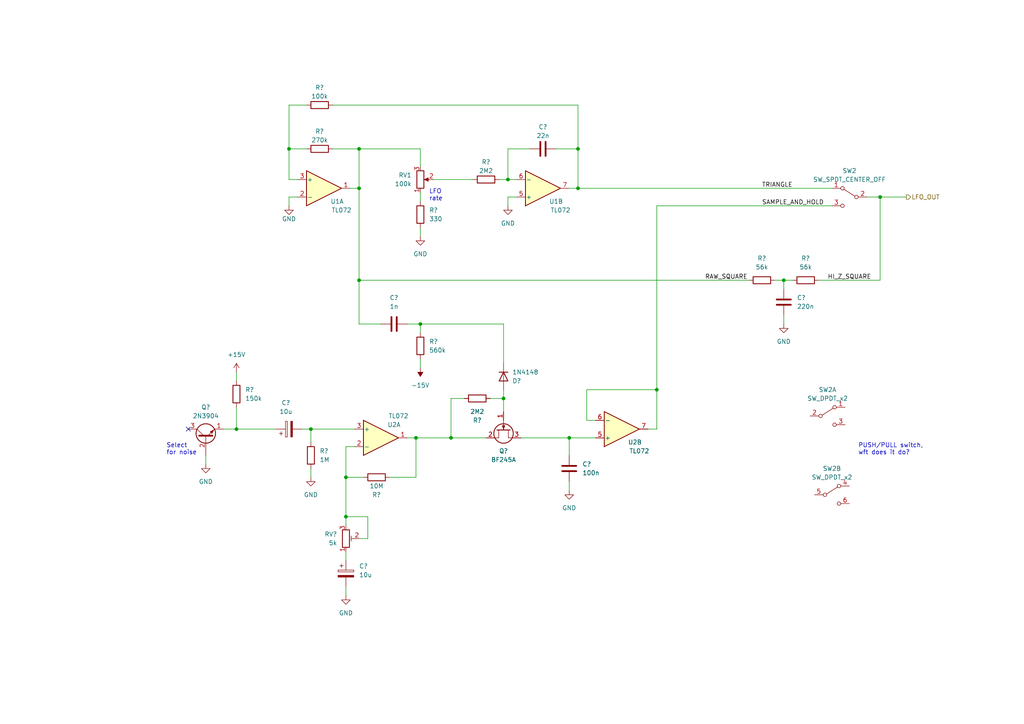
<source format=kicad_sch>
(kicad_sch (version 20211123) (generator eeschema)
  (paper "A4")
  (title_block (title "M.S.M. Stereo Lowpass Filter Pedal") (date "2022-05-19") (rev "0") (comment 2 "creativecommons.org/licenses/by/4.0") (comment 3 "License: CC by 4.0") (comment 4 "Author: Jordan Aceto"))
  (lib_symbols
    (symbol "Amplifier_Operational:TL072" (pin_names (offset 0.127))
      (property "Reference" "U" (at 0 5.08 0))
      (property "Value" "TL072" (at 0 -5.08 0))
      (symbol "TL072_1_1"
        (polyline (pts (xy -5.08 5.08) (xy 5.08 0) (xy -5.08 -5.08) (xy -5.08 5.08)) (stroke (width 0.254)) (fill (type background)))
        (pin output line (at 7.62 0 180) (length 2.54) (name "~") (number "1"))
        (pin input line (at -7.62 -2.54 0) (length 2.54) (name "-") (number "2"))
        (pin input line (at -7.62 2.54 0) (length 2.54) (name "+") (number "3"))
      )
      (symbol "TL072_2_1"
        (polyline (pts (xy -5.08 5.08) (xy 5.08 0) (xy -5.08 -5.08) (xy -5.08 5.08)) (stroke (width 0.254)) (fill (type background)))
        (pin input line (at -7.62 2.54 0) (length 2.54) (name "+") (number "5"))
        (pin input line (at -7.62 -2.54 0) (length 2.54) (name "-") (number "6"))
        (pin output line (at 7.62 0 180) (length 2.54) (name "~") (number "7"))
      )
      (symbol "TL072_3_1"
        (pin power_in line (at -2.54 -7.62 90) (length 3.81) (name "V-") (number "4"))
        (pin power_in line (at -2.54 7.62 270) (length 3.81) (name "V+") (number "8"))
      )
    )
    (symbol "Device:C" (pin_numbers hide) (pin_names (offset 0.254))
      (property "Reference" "C" (at 0.635 2.54 0))
      (property "Value" "C" (at 0.635 -2.54 0))
      (symbol "C_0_1"
        (polyline (pts (xy -2.032 -0.762) (xy 2.032 -0.762)) (stroke (width 0.508)))
        (polyline (pts (xy -2.032 0.762) (xy 2.032 0.762)) (stroke (width 0.508)))
      )
      (symbol "C_1_1"
        (pin passive line (at 0 3.81 270) (length 2.794) (name "~") (number "1"))
        (pin passive line (at 0 -3.81 90) (length 2.794) (name "~") (number "2"))
      )
    )
    (symbol "Device:C_Polarized" (pin_numbers hide) (pin_names (offset 0.254))
      (property "Reference" "C" (at 0.635 2.54 0))
      (property "Value" "C_Polarized" (at 0.635 -2.54 0))
      (symbol "C_Polarized_0_1"
        (rectangle (start -2.286 0.508) (end 2.286 1.016))
        (polyline (pts (xy -1.778 2.286) (xy -0.762 2.286)))
        (polyline (pts (xy -1.27 2.794) (xy -1.27 1.778)))
        (rectangle (start 2.286 -0.508) (end -2.286 -1.016) (fill (type outline)))
      )
      (symbol "C_Polarized_1_1"
        (pin passive line (at 0 3.81 270) (length 2.794) (name "~") (number "1"))
        (pin passive line (at 0 -3.81 90) (length 2.794) (name "~") (number "2"))
      )
    )
    (symbol "Device:R" (pin_numbers hide) (pin_names (offset 0))
      (property "Reference" "R" (at 2.032 0 90))
      (property "Value" "R" (at 0 0 90))
      (symbol "R_0_1"
        (rectangle (start -1.016 -2.54) (end 1.016 2.54) (stroke (width 0.254)))
      )
      (symbol "R_1_1"
        (pin passive line (at 0 3.81 270) (length 1.27) (name "~") (number "1"))
        (pin passive line (at 0 -3.81 90) (length 1.27) (name "~") (number "2"))
      )
    )
    (symbol "Device:R_Potentiometer" (pin_names (offset 1.016) hide)
      (property "Reference" "RV" (at -4.445 0 90))
      (property "Value" "R_Potentiometer" (at -2.54 0 90))
      (symbol "R_Potentiometer_0_1"
        (polyline (pts (xy 2.54 0) (xy 1.524 0)))
        (polyline (pts (xy 1.143 0) (xy 2.286 0.508) (xy 2.286 -0.508) (xy 1.143 0)) (fill (type outline)))
        (rectangle (start 1.016 2.54) (end -1.016 -2.54) (stroke (width 0.254)))
      )
      (symbol "R_Potentiometer_1_1"
        (pin passive line (at 0 3.81 270) (length 1.27) (name "1") (number "1"))
        (pin passive line (at 3.81 0 180) (length 1.27) (name "2") (number "2"))
        (pin passive line (at 0 -3.81 90) (length 1.27) (name "3") (number "3"))
      )
    )
    (symbol "Device:R_Potentiometer_Trim" (pin_names (offset 1.016) hide)
      (property "Reference" "RV" (at -4.445 0 90))
      (property "Value" "R_Potentiometer_Trim" (at -2.54 0 90))
      (symbol "R_Potentiometer_Trim_0_1"
        (polyline (pts (xy 1.524 0.762) (xy 1.524 -0.762)))
        (polyline (pts (xy 2.54 0) (xy 1.524 0)))
        (rectangle (start 1.016 2.54) (end -1.016 -2.54) (stroke (width 0.254)))
      )
      (symbol "R_Potentiometer_Trim_1_1"
        (pin passive line (at 0 3.81 270) (length 1.27) (name "1") (number "1"))
        (pin passive line (at 3.81 0 180) (length 1.27) (name "2") (number "2"))
        (pin passive line (at 0 -3.81 90) (length 1.27) (name "3") (number "3"))
      )
    )
    (symbol "Diode:1N4148" (pin_numbers hide) (pin_names (offset 1.016) hide)
      (property "Reference" "D" (at 0 2.54 0))
      (property "Value" "1N4148" (at 0 -2.54 0))
      (symbol "1N4148_0_1"
        (polyline (pts (xy -1.27 1.27) (xy -1.27 -1.27)) (stroke (width 0.254)))
        (polyline (pts (xy 1.27 0) (xy -1.27 0)))
        (polyline (pts (xy 1.27 1.27) (xy 1.27 -1.27) (xy -1.27 0) (xy 1.27 1.27)) (stroke (width 0.254)))
      )
      (symbol "1N4148_1_1"
        (pin passive line (at -3.81 0 0) (length 2.54) (name "K") (number "1"))
        (pin passive line (at 3.81 0 180) (length 2.54) (name "A") (number "2"))
      )
    )
    (symbol "Switch:SW_DPDT_x2" (pin_names (offset 0) hide)
      (property "Reference" "SW" (at 0 4.318 0))
      (property "Value" "SW_DPDT_x2" (at 0 -5.08 0))
      (symbol "SW_DPDT_x2_0_0"
        (circle (center -2.032 0) (radius 0.508))
        (circle (center 2.032 -2.54) (radius 0.508))
      )
      (symbol "SW_DPDT_x2_0_1"
        (polyline (pts (xy -1.524 0.254) (xy 1.651 2.286)))
        (circle (center 2.032 2.54) (radius 0.508))
      )
      (symbol "SW_DPDT_x2_1_1"
        (pin passive line (at 5.08 2.54 180) (length 2.54) (name "A") (number "1"))
        (pin passive line (at -5.08 0 0) (length 2.54) (name "B") (number "2"))
        (pin passive line (at 5.08 -2.54 180) (length 2.54) (name "C") (number "3"))
      )
      (symbol "SW_DPDT_x2_2_1"
        (pin passive line (at 5.08 2.54 180) (length 2.54) (name "A") (number "4"))
        (pin passive line (at -5.08 0 0) (length 2.54) (name "B") (number "5"))
        (pin passive line (at 5.08 -2.54 180) (length 2.54) (name "C") (number "6"))
      )
    )
    (symbol "Switch:SW_SPDT" (pin_names (offset 0) hide)
      (property "Reference" "SW" (at 0 4.318 0))
      (property "Value" "SW_SPDT" (at 0 -5.08 0))
      (symbol "SW_SPDT_0_0"
        (circle (center -2.032 0) (radius 0.508))
        (circle (center 2.032 -2.54) (radius 0.508))
      )
      (symbol "SW_SPDT_0_1"
        (polyline (pts (xy -1.524 0.254) (xy 1.651 2.286)))
        (circle (center 2.032 2.54) (radius 0.508))
      )
      (symbol "SW_SPDT_1_1"
        (pin passive line (at 5.08 2.54 180) (length 2.54) (name "A") (number "1"))
        (pin passive line (at -5.08 0 0) (length 2.54) (name "B") (number "2"))
        (pin passive line (at 5.08 -2.54 180) (length 2.54) (name "C") (number "3"))
      )
    )
    (symbol "Transistor_BJT:2N3904" (pin_names (offset 0) hide)
      (property "Reference" "Q" (at 5.08 1.905 0))
      (property "Value" "2N3904" (at 5.08 0 0))
      (symbol "2N3904_0_1"
        (polyline (pts (xy 0.635 0.635) (xy 2.54 2.54)))
        (polyline (pts (xy 0.635 -0.635) (xy 2.54 -2.54) (xy 2.54 -2.54)))
        (polyline (pts (xy 0.635 1.905) (xy 0.635 -1.905) (xy 0.635 -1.905)) (stroke (width 0.508)))
        (polyline (pts (xy 1.27 -1.778) (xy 1.778 -1.27) (xy 2.286 -2.286) (xy 1.27 -1.778) (xy 1.27 -1.778)) (fill (type outline)))
        (circle (center 1.27 0) (radius 2.8194) (stroke (width 0.254)))
      )
      (symbol "2N3904_1_1"
        (pin passive line (at 2.54 -5.08 90) (length 2.54) (name "E") (number "1"))
        (pin passive line (at -5.08 0 0) (length 5.715) (name "B") (number "2"))
        (pin passive line (at 2.54 5.08 270) (length 2.54) (name "C") (number "3"))
      )
    )
    (symbol "Transistor_FET:BF245A" (pin_names hide)
      (property "Reference" "Q" (at 5.08 1.905 0))
      (property "Value" "BF245A" (at 5.08 0 0))
      (symbol "BF245A_0_1"
        (polyline (pts (xy 0.254 0) (xy -2.54 0)))
        (polyline (pts (xy 0.254 1.905) (xy 0.254 -1.905)) (stroke (width 0.254)))
        (polyline (pts (xy 2.54 -2.54) (xy 2.54 -1.397) (xy 0.254 -1.397)))
        (polyline (pts (xy 2.54 2.54) (xy 2.54 1.397) (xy 0.254 1.397)))
        (polyline (pts (xy 0 0) (xy -1.016 0.381) (xy -1.016 -0.381) (xy 0 0)) (fill (type outline)))
        (circle (center 1.27 0) (radius 2.8194) (stroke (width 0.254)))
      )
      (symbol "BF245A_1_1"
        (pin input line (at -5.08 0 0) (length 2.54) (name "G") (number "1"))
        (pin passive line (at 2.54 -5.08 90) (length 2.54) (name "S") (number "2"))
        (pin passive line (at 2.54 5.08 270) (length 2.54) (name "D") (number "3"))
      )
    )
    (symbol "power:+15V" (power) (pin_names (offset 0))
      (property "Value" "+15V" (at 0 3.556 0))
      (symbol "+15V_0_1"
        (polyline (pts (xy -0.762 1.27) (xy 0 2.54)))
        (polyline (pts (xy 0 0) (xy 0 2.54)))
        (polyline (pts (xy 0 2.54) (xy 0.762 1.27)))
      )
      (symbol "+15V_1_1"
        (pin power_in line (at 0 0 90) (length 0) hide (name "+15V") (number "1"))
      )
    )
    (symbol "power:-15V" (power) (pin_names (offset 0))
      (property "Value" "-15V" (at 0 3.81 0))
      (symbol "-15V_0_0"
        (pin power_in line (at 0 0 90) (length 0) hide (name "-15V") (number "1"))
      )
      (symbol "-15V_0_1"
        (polyline (pts (xy 0 0) (xy 0 1.27) (xy 0.762 1.27) (xy 0 2.54) (xy -0.762 1.27) (xy 0 1.27)) (fill (type outline)))
      )
    )
    (symbol "power:GND" (power) (pin_names (offset 0))
      (property "Value" "GND" (at 0 -3.81 0))
      (symbol "GND_0_1"
        (polyline (pts (xy 0 0) (xy 0 -1.27) (xy 1.27 -1.27) (xy 0 -2.54) (xy -1.27 -1.27) (xy 0 -1.27)))
      )
      (symbol "GND_1_1"
        (pin power_in line (at 0 0 270) (length 0) hide (name "GND") (number "1"))
      )
    )
  )
  (junction (at 130.81 127))
  (junction (at 90.17 124.46))
  (junction (at 190.5 113.03))
  (junction (at 104.14 81.28))
  (junction (at 83.82 43.18))
  (junction (at 167.64 43.18))
  (junction (at 104.14 43.18))
  (junction (at 100.33 149.86))
  (junction (at 104.14 54.61))
  (junction (at 255.27 57.15))
  (junction (at 68.58 124.46))
  (junction (at 100.33 138.43))
  (junction (at 167.64 54.61))
  (junction (at 227.33 81.28))
  (junction (at 121.92 93.98))
  (junction (at 165.1 127))
  (junction (at 120.65 127))
  (junction (at 147.32 52.07))
  (junction (at 146.05 115.57))
  (no_connect (at 54.61 124.46))
  (wire (pts (xy 251.46 57.15) (xy 255.27 57.15)))
  (wire (pts (xy 100.33 170.18) (xy 100.33 172.72)))
  (wire (pts (xy 170.18 113.03) (xy 190.5 113.03)))
  (wire (pts (xy 217.17 81.28) (xy 104.14 81.28)))
  (wire (pts (xy 100.33 160.02) (xy 100.33 162.56)))
  (wire (pts (xy 167.64 54.61) (xy 241.3 54.61)))
  (wire (pts (xy 121.92 66.04) (xy 121.92 68.58)))
  (wire (pts (xy 120.65 138.43) (xy 120.65 127)))
  (wire (pts (xy 167.64 43.18) (xy 167.64 54.61)))
  (wire (pts (xy 125.73 52.07) (xy 137.16 52.07)))
  (wire (pts (xy 83.82 59.69) (xy 83.82 57.15)))
  (wire (pts (xy 104.14 43.18) (xy 96.52 43.18)))
  (wire (pts (xy 104.14 156.21) (xy 106.68 156.21)))
  (wire (pts (xy 167.64 43.18) (xy 167.64 30.48)))
  (wire (pts (xy 170.18 121.92) (xy 170.18 113.03)))
  (wire (pts (xy 172.72 121.92) (xy 170.18 121.92)))
  (wire (pts (xy 101.6 54.61) (xy 104.14 54.61)))
  (wire (pts (xy 190.5 113.03) (xy 190.5 59.69)))
  (wire (pts (xy 104.14 81.28) (xy 104.14 93.98)))
  (wire (pts (xy 147.32 57.15) (xy 149.86 57.15)))
  (wire (pts (xy 86.36 52.07) (xy 83.82 52.07)))
  (wire (pts (xy 90.17 128.27) (xy 90.17 124.46)))
  (wire (pts (xy 83.82 52.07) (xy 83.82 43.18)))
  (wire (pts (xy 121.92 93.98) (xy 118.11 93.98)))
  (wire (pts (xy 147.32 59.69) (xy 147.32 57.15)))
  (wire (pts (xy 100.33 129.54) (xy 102.87 129.54)))
  (wire (pts (xy 59.69 132.08) (xy 59.69 134.62)))
  (wire (pts (xy 190.5 59.69) (xy 241.3 59.69)))
  (wire (pts (xy 96.52 30.48) (xy 167.64 30.48)))
  (wire (pts (xy 146.05 105.41) (xy 146.05 93.98)))
  (wire (pts (xy 146.05 115.57) (xy 146.05 119.38)))
  (wire (pts (xy 121.92 96.52) (xy 121.92 93.98)))
  (wire (pts (xy 224.79 81.28) (xy 227.33 81.28)))
  (wire (pts (xy 121.92 55.88) (xy 121.92 58.42)))
  (wire (pts (xy 100.33 138.43) (xy 100.33 149.86)))
  (wire (pts (xy 68.58 124.46) (xy 68.58 118.11)))
  (wire (pts (xy 134.62 115.57) (xy 130.81 115.57)))
  (wire (pts (xy 100.33 138.43) (xy 105.41 138.43)))
  (wire (pts (xy 151.13 127) (xy 165.1 127)))
  (wire (pts (xy 190.5 113.03) (xy 190.5 124.46)))
  (wire (pts (xy 120.65 138.43) (xy 113.03 138.43)))
  (wire (pts (xy 100.33 149.86) (xy 100.33 152.4)))
  (wire (pts (xy 165.1 54.61) (xy 167.64 54.61)))
  (wire (pts (xy 165.1 127) (xy 172.72 127)))
  (wire (pts (xy 80.01 124.46) (xy 68.58 124.46)))
  (wire (pts (xy 165.1 127) (xy 165.1 132.08)))
  (wire (pts (xy 130.81 115.57) (xy 130.81 127)))
  (wire (pts (xy 255.27 81.28) (xy 255.27 57.15)))
  (wire (pts (xy 83.82 43.18) (xy 88.9 43.18)))
  (wire (pts (xy 146.05 93.98) (xy 121.92 93.98)))
  (wire (pts (xy 165.1 139.7) (xy 165.1 142.24)))
  (wire (pts (xy 104.14 54.61) (xy 104.14 81.28)))
  (wire (pts (xy 121.92 43.18) (xy 104.14 43.18)))
  (wire (pts (xy 110.49 93.98) (xy 104.14 93.98)))
  (wire (pts (xy 255.27 57.15) (xy 262.89 57.15)))
  (wire (pts (xy 227.33 81.28) (xy 227.33 83.82)))
  (wire (pts (xy 64.77 124.46) (xy 68.58 124.46)))
  (wire (pts (xy 121.92 48.26) (xy 121.92 43.18)))
  (wire (pts (xy 146.05 115.57) (xy 146.05 113.03)))
  (wire (pts (xy 142.24 115.57) (xy 146.05 115.57)))
  (wire (pts (xy 68.58 107.95) (xy 68.58 110.49)))
  (wire (pts (xy 149.86 52.07) (xy 147.32 52.07)))
  (wire (pts (xy 106.68 156.21) (xy 106.68 149.86)))
  (wire (pts (xy 120.65 127) (xy 130.81 127)))
  (wire (pts (xy 121.92 104.14) (xy 121.92 106.68)))
  (wire (pts (xy 83.82 30.48) (xy 83.82 43.18)))
  (wire (pts (xy 106.68 149.86) (xy 100.33 149.86)))
  (wire (pts (xy 83.82 57.15) (xy 86.36 57.15)))
  (wire (pts (xy 104.14 43.18) (xy 104.14 54.61)))
  (wire (pts (xy 227.33 91.44) (xy 227.33 93.98)))
  (wire (pts (xy 90.17 124.46) (xy 102.87 124.46)))
  (wire (pts (xy 100.33 129.54) (xy 100.33 138.43)))
  (wire (pts (xy 87.63 124.46) (xy 90.17 124.46)))
  (wire (pts (xy 237.49 81.28) (xy 255.27 81.28)))
  (wire (pts (xy 144.78 52.07) (xy 147.32 52.07)))
  (wire (pts (xy 161.29 43.18) (xy 167.64 43.18)))
  (wire (pts (xy 88.9 30.48) (xy 83.82 30.48)))
  (wire (pts (xy 190.5 124.46) (xy 187.96 124.46)))
  (wire (pts (xy 130.81 127) (xy 140.97 127)))
  (wire (pts (xy 90.17 135.89) (xy 90.17 138.43)))
  (wire (pts (xy 147.32 43.18) (xy 153.67 43.18)))
  (wire (pts (xy 118.11 127) (xy 120.65 127)))
  (wire (pts (xy 147.32 52.07) (xy 147.32 43.18)))
  (wire (pts (xy 227.33 81.28) (xy 229.87 81.28)))
  (text "PUSH/PULL switch,\nwft does it do?" (at 248.92 132.08 0) (effects (font (size 1.27 1.27)) (justify left bottom)))
  (text "LFO\nrate" (at 124.46 58.42 0) (effects (font (size 1.27 1.27)) (justify left bottom)))
  (text "Select\nfor noise" (at 48.26 132.08 0) (effects (font (size 1.27 1.27)) (justify left bottom)))
  (label "RAW_SQUARE" (at 204.47 81.28 0))
  (label "TRIANGLE" (at 220.98 54.61 0))
  (label "SAMPLE_AND_HOLD" (at 220.98 59.69 0))
  (label "HI_Z_SQUARE" (at 240.03 81.28 0))
  (hierarchical_label "LFO_OUT" (shape output) (at 262.89 57.15 0))
  (symbol (lib_id "Device:R") (at 220.98 81.28 90) (unit 1)
    (property "Reference" "R?" (at 220.98 74.93 90))
    (property "Value" "56k" (at 220.98 77.47 90))
  )
  (symbol (lib_id "Device:R") (at 121.92 100.33 0) (unit 1)
    (property "Reference" "R?" (at 124.46 99.0599 0) (effects (justify left)))
    (property "Value" "560k" (at 124.46 101.5999 0) (effects (justify left)))
  )
  (symbol (lib_id "Device:C_Polarized") (at 83.82 124.46 90) (unit 1)
    (property "Reference" "C?" (at 82.931 116.84 90))
    (property "Value" "10u" (at 82.931 119.38 90))
  )
  (symbol (lib_id "power:GND") (at 83.82 59.69 0) (unit 1)
    (property "Reference" "#PWR?" (effects hide))
    (property "Value" "GND" (at 83.82 63.5 0))
  )
  (symbol (lib_id "power:GND") (at 147.32 59.69 0) (unit 1)
    (property "Reference" "#PWR?" (effects hide))
    (property "Value" "GND" (at 147.32 64.77 0))
  )
  (symbol (lib_id "Amplifier_Operational:TL072") (at 93.98 54.61 0) (unit 1)
    (property "Reference" "U1" (at 97.79 58.42 0))
    (property "Value" "TL072" (at 99.06 60.96 0))
    (property "Datasheet" "http://www.ti.com/lit/ds/symlink/tl071.pdf" (effects hide))
  )
  (symbol (lib_id "Device:R") (at 121.92 62.23 0) (unit 1)
    (property "Reference" "R?" (at 124.46 60.9599 0) (effects (justify left)))
    (property "Value" "330" (at 124.46 63.4999 0) (effects (justify left)))
  )
  (symbol (lib_id "power:GND") (at 165.1 142.24 0) (unit 1)
    (property "Reference" "#PWR?" (effects hide))
    (property "Value" "GND" (at 165.1 147.32 0))
  )
  (symbol (lib_id "power:GND") (at 90.17 138.43 0) (unit 1)
    (property "Reference" "#PWR?" (effects hide))
    (property "Value" "GND" (at 90.17 143.51 0))
  )
  (symbol (lib_id "Device:R_Potentiometer_Trim") (at 100.33 156.21 0) (mirror x) (unit 1)
    (property "Reference" "RV?" (at 97.79 154.9399 0) (effects (justify right)))
    (property "Value" "5k" (at 97.79 157.4799 0) (effects (justify right)))
  )
  (symbol (lib_id "Amplifier_Operational:TL072") (at 180.34 124.46 0) (mirror x) (unit 2)
    (property "Reference" "U2" (at 184.15 128.27 0))
    (property "Value" "TL072" (at 185.42 130.81 0))
    (property "Datasheet" "http://www.ti.com/lit/ds/symlink/tl071.pdf" (effects hide))
  )
  (symbol (lib_id "power:-15V") (at 121.92 106.68 180) (unit 1)
    (property "Reference" "#PWR?" (effects hide))
    (property "Value" "-15V" (at 121.92 111.76 0))
  )
  (symbol (lib_id "Device:C") (at 157.48 43.18 90) (unit 1)
    (property "Reference" "C?" (at 157.48 36.83 90))
    (property "Value" "22n" (at 157.48 39.37 90))
  )
  (symbol (lib_id "Switch:SW_DPDT_x2") (at 240.03 120.65 0) (unit 1)
    (property "Reference" "SW2" (at 240.03 113.03 0))
    (property "Value" "SW_DPDT_x2" (at 240.03 115.57 0))
  )
  (symbol (lib_id "power:GND") (at 121.92 68.58 0) (unit 1)
    (property "Reference" "#PWR?" (effects hide))
    (property "Value" "GND" (at 121.92 73.66 0))
  )
  (symbol (lib_id "Device:R") (at 109.22 138.43 90) (mirror x) (unit 1)
    (property "Reference" "R?" (at 109.22 143.51 90))
    (property "Value" "10M" (at 109.22 140.97 90))
  )
  (symbol (lib_id "Device:R") (at 90.17 132.08 0) (unit 1)
    (property "Reference" "R?" (at 92.71 130.8099 0) (effects (justify left)))
    (property "Value" "1M" (at 92.71 133.3499 0) (effects (justify left)))
  )
  (symbol (lib_id "Transistor_BJT:2N3904") (at 59.69 127 90) (unit 1)
    (property "Reference" "Q?" (at 59.69 118.11 90))
    (property "Value" "2N3904" (at 59.69 120.65 90))
    (property "Footprint" "Package_TO_SOT_THT:TO-92_Inline" (effects hide))
    (property "Datasheet" "https://www.onsemi.com/pub/Collateral/2N3903-D.PDF" (effects hide))
  )
  (symbol (lib_id "Amplifier_Operational:TL072") (at 157.48 54.61 0) (mirror x) (unit 2)
    (property "Reference" "U1" (at 161.29 58.42 0))
    (property "Value" "TL072" (at 162.56 60.96 0))
    (property "Datasheet" "http://www.ti.com/lit/ds/symlink/tl071.pdf" (effects hide))
  )
  (symbol (lib_id "Transistor_FET:BF245A") (at 146.05 124.46 270) (unit 1)
    (property "Reference" "Q?" (at 146.05 130.81 90))
    (property "Value" "BF245A" (at 146.05 133.35 90))
    (property "Footprint" "Package_TO_SOT_THT:TO-92_Inline" (effects hide))
    (property "Datasheet" "https://www.onsemi.com/pub/Collateral/BF245A-D.PDF" (effects hide))
  )
  (symbol (lib_id "Device:C_Polarized") (at 100.33 166.37 0) (unit 1)
    (property "Reference" "C?" (at 104.14 164.2109 0) (effects (justify left)))
    (property "Value" "10u" (at 104.14 166.7509 0) (effects (justify left)))
  )
  (symbol (lib_id "Device:R") (at 140.97 52.07 90) (unit 1)
    (property "Reference" "R?" (at 140.97 46.99 90))
    (property "Value" "2M2" (at 140.97 49.53 90))
  )
  (symbol (lib_id "Switch:SW_DPDT_x2") (at 241.3 143.51 0) (unit 2)
    (property "Reference" "SW2" (at 241.3 135.89 0))
    (property "Value" "SW_DPDT_x2" (at 241.3 138.43 0))
  )
  (symbol (lib_id "Amplifier_Operational:TL072") (at 110.49 127 0) (unit 1)
    (property "Reference" "U2" (at 114.3 123.19 0))
    (property "Value" "TL072" (at 115.57 120.65 0))
    (property "Datasheet" "http://www.ti.com/lit/ds/symlink/tl071.pdf" (effects hide))
  )
  (symbol (lib_id "Device:R") (at 233.68 81.28 90) (unit 1)
    (property "Reference" "R?" (at 233.68 74.93 90))
    (property "Value" "56k" (at 233.68 77.47 90))
  )
  (symbol (lib_id "Device:R") (at 92.71 43.18 90) (unit 1)
    (property "Reference" "R?" (at 92.71 38.1 90))
    (property "Value" "270k" (at 92.71 40.64 90))
  )
  (symbol (lib_id "Device:C") (at 227.33 87.63 0) (unit 1)
    (property "Reference" "C?" (at 231.14 86.3599 0) (effects (justify left)))
    (property "Value" "220n" (at 231.14 88.8999 0) (effects (justify left)))
  )
  (symbol (lib_id "Diode:1N4148") (at 146.05 109.22 90) (mirror x) (unit 1)
    (property "Reference" "D?" (at 148.59 110.4901 90) (effects (justify right)))
    (property "Value" "1N4148" (at 148.59 107.9501 90) (effects (justify right)))
    (property "Footprint" "Diode_THT:D_DO-35_SOD27_P7.62mm_Horizontal" (effects hide))
    (property "Datasheet" "https://assets.nexperia.com/documents/data-sheet/1N4148_1N4448.pdf" (effects hide))
  )
  (symbol (lib_id "Switch:SW_SPDT") (at 246.38 57.15 0) (mirror y) (unit 1)
    (property "Reference" "SW2" (at 246.38 49.53 0))
    (property "Value" "SW_SPDT_CENTER_OFF" (at 246.38 52.07 0))
  )
  (symbol (lib_id "Device:R") (at 138.43 115.57 90) (mirror x) (unit 1)
    (property "Reference" "R?" (at 138.43 121.92 90))
    (property "Value" "2M2" (at 138.43 119.38 90))
  )
  (symbol (lib_id "power:GND") (at 227.33 93.98 0) (unit 1)
    (property "Reference" "#PWR?" (effects hide))
    (property "Value" "GND" (at 227.33 99.06 0))
  )
  (symbol (lib_id "Device:R") (at 92.71 30.48 90) (unit 1)
    (property "Reference" "R?" (at 92.71 25.4 90))
    (property "Value" "100k" (at 92.71 27.94 90))
  )
  (symbol (lib_id "Device:C") (at 165.1 135.89 0) (unit 1)
    (property "Reference" "C?" (at 168.91 134.6199 0) (effects (justify left)))
    (property "Value" "100n" (at 168.91 137.1599 0) (effects (justify left)))
  )
  (symbol (lib_id "power:+15V") (at 68.58 107.95 0) (unit 1)
    (property "Reference" "#PWR?" (effects hide))
    (property "Value" "+15V" (at 68.58 102.87 0))
  )
  (symbol (lib_id "Device:R_Potentiometer") (at 121.92 52.07 0) (mirror x) (unit 1)
    (property "Reference" "RV1" (at 119.38 50.7999 0) (effects (justify right)))
    (property "Value" "100k" (at 119.38 53.3399 0) (effects (justify right)))
  )
  (symbol (lib_id "power:GND") (at 100.33 172.72 0) (unit 1)
    (property "Reference" "#PWR?" (effects hide))
    (property "Value" "GND" (at 100.33 177.8 0))
  )
  (symbol (lib_id "Device:C") (at 114.3 93.98 90) (unit 1)
    (property "Reference" "C?" (at 114.3 86.36 90))
    (property "Value" "1n" (at 114.3 88.9 90))
  )
  (symbol (lib_id "power:GND") (at 59.69 134.62 0) (unit 1)
    (property "Reference" "#PWR?" (effects hide))
    (property "Value" "GND" (at 59.69 139.7 0))
  )
  (symbol (lib_id "Device:R") (at 68.58 114.3 0) (unit 1)
    (property "Reference" "R?" (at 71.12 113.0299 0) (effects (justify left)))
    (property "Value" "150k" (at 71.12 115.5699 0) (effects (justify left)))
  )
)
</source>
